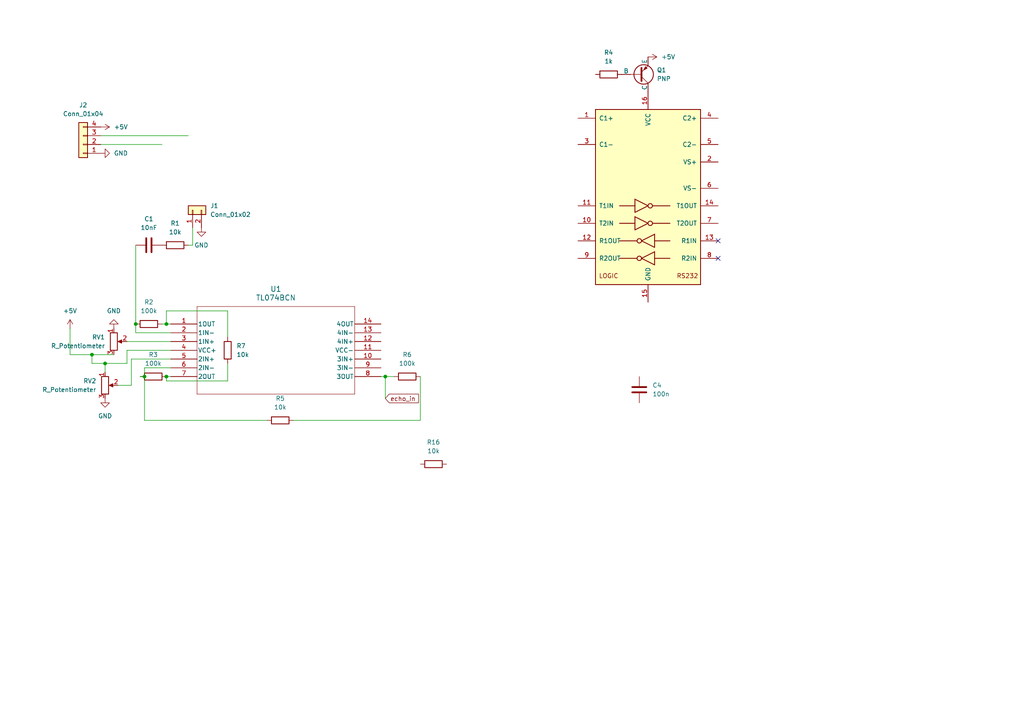
<source format=kicad_sch>
(kicad_sch (version 20230121) (generator eeschema)
  (paper "A4")
  (lib_symbols
    (symbol "Connector_Generic:Conn_01x02" (pin_names (offset 1.016) hide)
      (property "Reference" "J" (at 0 2.54 0))
      (property "Value" "Conn_01x02" (at 0 -5.08 0))
      (symbol "Conn_01x02_1_1"
        (rectangle (start -1.27 -2.413) (end 0 -2.667) (stroke (width 0.1524)))
        (rectangle (start -1.27 0.127) (end 0 -0.127) (stroke (width 0.1524)))
        (rectangle (start -1.27 1.27) (end 1.27 -3.81) (stroke (width 0.254)) (fill (type background)))
        (pin passive line (at -5.08 0 0) (length 3.81) (name "Pin_1") (number "1"))
        (pin passive line (at -5.08 -2.54 0) (length 3.81) (name "Pin_2") (number "2"))
      )
    )
    (symbol "Connector_Generic:Conn_01x04" (pin_names (offset 1.016) hide)
      (property "Reference" "J" (at 0 5.08 0))
      (property "Value" "Conn_01x04" (at 0 -7.62 0))
      (symbol "Conn_01x04_1_1"
        (rectangle (start -1.27 -4.953) (end 0 -5.207) (stroke (width 0.1524)))
        (rectangle (start -1.27 -2.413) (end 0 -2.667) (stroke (width 0.1524)))
        (rectangle (start -1.27 0.127) (end 0 -0.127) (stroke (width 0.1524)))
        (rectangle (start -1.27 2.667) (end 0 2.413) (stroke (width 0.1524)))
        (rectangle (start -1.27 3.81) (end 1.27 -6.35) (stroke (width 0.254)) (fill (type background)))
        (pin passive line (at -5.08 2.54 0) (length 3.81) (name "Pin_1") (number "1"))
        (pin passive line (at -5.08 0 0) (length 3.81) (name "Pin_2") (number "2"))
        (pin passive line (at -5.08 -2.54 0) (length 3.81) (name "Pin_3") (number "3"))
        (pin passive line (at -5.08 -5.08 0) (length 3.81) (name "Pin_4") (number "4"))
      )
    )
    (symbol "Device:C" (pin_numbers hide) (pin_names (offset 0.254))
      (property "Reference" "C" (at 0.635 2.54 0))
      (property "Value" "C" (at 0.635 -2.54 0))
      (symbol "C_0_1"
        (polyline (pts (xy -2.032 -0.762) (xy 2.032 -0.762)) (stroke (width 0.508)))
        (polyline (pts (xy -2.032 0.762) (xy 2.032 0.762)) (stroke (width 0.508)))
      )
      (symbol "C_1_1"
        (pin passive line (at 0 3.81 270) (length 2.794) (name "~") (number "1"))
        (pin passive line (at 0 -3.81 90) (length 2.794) (name "~") (number "2"))
      )
    )
    (symbol "Device:R" (pin_numbers hide) (pin_names (offset 0))
      (property "Reference" "R" (at 2.032 0 90))
      (property "Value" "R" (at 0 0 90))
      (symbol "R_0_1"
        (rectangle (start -1.016 -2.54) (end 1.016 2.54) (stroke (width 0.254)))
      )
      (symbol "R_1_1"
        (pin passive line (at 0 3.81 270) (length 1.27) (name "~") (number "1"))
        (pin passive line (at 0 -3.81 90) (length 1.27) (name "~") (number "2"))
      )
    )
    (symbol "Device:R_Potentiometer" (pin_names (offset 1.016) hide)
      (property "Reference" "RV" (at -4.445 0 90))
      (property "Value" "R_Potentiometer" (at -2.54 0 90))
      (symbol "R_Potentiometer_0_1"
        (polyline (pts (xy 2.54 0) (xy 1.524 0)))
        (polyline (pts (xy 1.143 0) (xy 2.286 0.508) (xy 2.286 -0.508) (xy 1.143 0)) (fill (type outline)))
        (rectangle (start 1.016 2.54) (end -1.016 -2.54) (stroke (width 0.254)))
      )
      (symbol "R_Potentiometer_1_1"
        (pin passive line (at 0 3.81 270) (length 1.27) (name "1") (number "1"))
        (pin passive line (at 3.81 0 180) (length 1.27) (name "2") (number "2"))
        (pin passive line (at 0 -3.81 90) (length 1.27) (name "3") (number "3"))
      )
    )
    (symbol "IC_tl074:TL074BCN" (pin_names (offset 0.254))
      (property "Reference" "U" (at 30.48 10.16 0))
      (property "Value" "TL074BCN" (at 30.48 7.62 0))
      (symbol "TL074BCN_0_1"
        (polyline (pts (xy 7.62 -20.32) (xy 53.34 -20.32)) (stroke (width 0.127)))
        (polyline (pts (xy 7.62 5.08) (xy 7.62 -20.32)) (stroke (width 0.127)))
        (polyline (pts (xy 53.34 -20.32) (xy 53.34 5.08)) (stroke (width 0.127)))
        (polyline (pts (xy 53.34 5.08) (xy 7.62 5.08)) (stroke (width 0.127)))
        (pin output line (at 0 0 0) (length 7.62) (name "1OUT") (number "1"))
        (pin input line (at 60.96 -10.16 180) (length 7.62) (name "3IN+") (number "10"))
        (pin power_in line (at 60.96 -7.62 180) (length 7.62) (name "VCC-") (number "11"))
        (pin input line (at 60.96 -5.08 180) (length 7.62) (name "4IN+") (number "12"))
        (pin input line (at 60.96 -2.54 180) (length 7.62) (name "4IN-") (number "13"))
        (pin output line (at 60.96 0 180) (length 7.62) (name "4OUT") (number "14"))
        (pin input line (at 0 -2.54 0) (length 7.62) (name "1IN-") (number "2"))
        (pin input line (at 0 -5.08 0) (length 7.62) (name "1IN+") (number "3"))
        (pin power_in line (at 0 -7.62 0) (length 7.62) (name "VCC+") (number "4"))
        (pin input line (at 0 -10.16 0) (length 7.62) (name "2IN+") (number "5"))
        (pin input line (at 0 -12.7 0) (length 7.62) (name "2IN-") (number "6"))
        (pin output line (at 0 -15.24 0) (length 7.62) (name "2OUT") (number "7"))
        (pin output line (at 60.96 -15.24 180) (length 7.62) (name "3OUT") (number "8"))
        (pin input line (at 60.96 -12.7 180) (length 7.62) (name "3IN-") (number "9"))
      )
    )
    (symbol "Interface_UART:MAX3232" (pin_names (offset 1.016))
      (property "Reference" "U" (at -2.54 28.575 0))
      (property "Value" "MAX3232" (at -2.54 26.67 0))
      (symbol "MAX3232_0_0"
        (text "LOGIC" (at -11.43 -22.86 0) (effects (font (size 1.27 1.27))))
        (text "RS232" (at 11.43 -22.86 0) (effects (font (size 1.27 1.27))))
      )
      (symbol "MAX3232_0_1"
        (rectangle (start -15.24 -25.4) (end 15.24 25.4) (stroke (width 0.254)) (fill (type background)))
        (circle (center -2.54 -17.78) (radius 0.635) (stroke (width 0.254)))
        (circle (center -2.54 -12.7) (radius 0.635) (stroke (width 0.254)))
        (polyline (pts (xy -3.81 -7.62) (xy -8.255 -7.62)) (stroke (width 0.254)))
        (polyline (pts (xy -3.81 -2.54) (xy -8.255 -2.54)) (stroke (width 0.254)))
        (polyline (pts (xy -3.175 -17.78) (xy -8.255 -17.78)) (stroke (width 0.254)))
        (polyline (pts (xy -3.175 -12.7) (xy -8.255 -12.7)) (stroke (width 0.254)))
        (polyline (pts (xy 1.27 -7.62) (xy 6.35 -7.62)) (stroke (width 0.254)))
        (polyline (pts (xy 1.27 -2.54) (xy 6.35 -2.54)) (stroke (width 0.254)))
        (polyline (pts (xy 1.905 -17.78) (xy 6.35 -17.78)) (stroke (width 0.254)))
        (polyline (pts (xy 1.905 -12.7) (xy 6.35 -12.7)) (stroke (width 0.254)))
        (polyline (pts (xy -3.81 -5.715) (xy -3.81 -9.525) (xy 0 -7.62) (xy -3.81 -5.715)) (stroke (width 0.254)))
        (polyline (pts (xy -3.81 -0.635) (xy -3.81 -4.445) (xy 0 -2.54) (xy -3.81 -0.635)) (stroke (width 0.254)))
        (polyline (pts (xy 1.905 -15.875) (xy 1.905 -19.685) (xy -1.905 -17.78) (xy 1.905 -15.875)) (stroke (width 0.254)))
        (polyline (pts (xy 1.905 -10.795) (xy 1.905 -14.605) (xy -1.905 -12.7) (xy 1.905 -10.795)) (stroke (width 0.254)))
        (circle (center 0.635 -7.62) (radius 0.635) (stroke (width 0.254)))
        (circle (center 0.635 -2.54) (radius 0.635) (stroke (width 0.254)))
      )
      (symbol "MAX3232_1_1"
        (pin passive line (at -20.32 22.86 0) (length 5.08) (name "C1+") (number "1"))
        (pin input line (at -20.32 -7.62 0) (length 5.08) (name "T2IN") (number "10"))
        (pin input line (at -20.32 -2.54 0) (length 5.08) (name "T1IN") (number "11"))
        (pin output line (at -20.32 -12.7 0) (length 5.08) (name "R1OUT") (number "12"))
        (pin input line (at 20.32 -12.7 180) (length 5.08) (name "R1IN") (number "13"))
        (pin output line (at 20.32 -2.54 180) (length 5.08) (name "T1OUT") (number "14"))
        (pin power_in line (at 0 -30.48 90) (length 5.08) (name "GND") (number "15"))
        (pin power_in line (at 0 30.48 270) (length 5.08) (name "VCC") (number "16"))
        (pin power_out line (at 20.32 10.16 180) (length 5.08) (name "VS+") (number "2"))
        (pin passive line (at -20.32 15.24 0) (length 5.08) (name "C1-") (number "3"))
        (pin passive line (at 20.32 22.86 180) (length 5.08) (name "C2+") (number "4"))
        (pin passive line (at 20.32 15.24 180) (length 5.08) (name "C2-") (number "5"))
        (pin power_out line (at 20.32 2.54 180) (length 5.08) (name "VS-") (number "6"))
        (pin output line (at 20.32 -7.62 180) (length 5.08) (name "T2OUT") (number "7"))
        (pin input line (at 20.32 -17.78 180) (length 5.08) (name "R2IN") (number "8"))
        (pin output line (at -20.32 -17.78 0) (length 5.08) (name "R2OUT") (number "9"))
      )
    )
    (symbol "Simulation_SPICE:PNP" (pin_numbers hide) (pin_names (offset 0))
      (property "Reference" "Q" (at -2.54 7.62 0))
      (property "Value" "PNP" (at -2.54 5.08 0))
      (symbol "PNP_0_1"
        (polyline (pts (xy -2.54 0) (xy 0.635 0)) (stroke (width 0.1524)))
        (polyline (pts (xy 0.635 0.635) (xy 2.54 2.54)))
        (polyline (pts (xy 0.635 -0.635) (xy 2.54 -2.54) (xy 2.54 -2.54)))
        (polyline (pts (xy 0.635 1.905) (xy 0.635 -1.905) (xy 0.635 -1.905)) (stroke (width 0.508)))
        (polyline (pts (xy 2.286 -1.778) (xy 1.778 -2.286) (xy 1.27 -1.27) (xy 2.286 -1.778) (xy 2.286 -1.778)) (fill (type outline)))
        (circle (center 1.27 0) (radius 2.8194) (stroke (width 0.254)))
      )
      (symbol "PNP_1_1"
        (pin open_collector line (at 2.54 5.08 270) (length 2.54) (name "C") (number "1"))
        (pin input line (at -5.08 0 0) (length 2.54) (name "B") (number "2"))
        (pin open_emitter line (at 2.54 -5.08 90) (length 2.54) (name "E") (number "3"))
      )
    )
    (symbol "power:+5V" (power) (pin_names (offset 0))
      (property "Value" "+5V" (at 0 3.556 0))
      (symbol "+5V_0_1"
        (polyline (pts (xy -0.762 1.27) (xy 0 2.54)))
        (polyline (pts (xy 0 0) (xy 0 2.54)))
        (polyline (pts (xy 0 2.54) (xy 0.762 1.27)))
      )
      (symbol "+5V_1_1"
        (pin power_in line (at 0 0 90) (length 0) hide (name "+5V") (number "1"))
      )
    )
    (symbol "power:GND" (power) (pin_names (offset 0))
      (property "Value" "GND" (at 0 -3.81 0))
      (symbol "GND_0_1"
        (polyline (pts (xy 0 0) (xy 0 -1.27) (xy 1.27 -1.27) (xy 0 -2.54) (xy -1.27 -1.27) (xy 0 -1.27)))
      )
      (symbol "GND_1_1"
        (pin power_in line (at 0 0 270) (length 0) hide (name "GND") (number "1"))
      )
    )
  )
  (junction (at 39.37 93.98))
  (junction (at 111.76 109.22))
  (junction (at 26.67 102.87))
  (junction (at 48.26 93.98))
  (junction (at 48.26 109.22))
  (junction (at 41.91 109.22))
  (junction (at 30.48 105.41))
  (no_connect (at 208.28 69.85))
  (no_connect (at 208.28 74.93))
  (wire (pts (xy 20.32 95.25) (xy 20.32 102.87)))
  (wire (pts (xy 33.02 102.87) (xy 26.67 102.87)))
  (wire (pts (xy 85.09 121.92) (xy 121.92 121.92)))
  (wire (pts (xy 49.53 101.6) (xy 36.83 101.6)))
  (wire (pts (xy 46.99 41.91) (xy 29.21 41.91)))
  (wire (pts (xy 26.67 102.87) (xy 20.32 102.87)))
  (wire (pts (xy 41.91 106.68) (xy 49.53 106.68)))
  (wire (pts (xy 36.83 101.6) (xy 36.83 105.41)))
  (wire (pts (xy 66.04 90.17) (xy 48.26 90.17)))
  (wire (pts (xy 66.04 97.79) (xy 66.04 90.17)))
  (wire (pts (xy 49.53 104.14) (xy 38.1 104.14)))
  (wire (pts (xy 39.37 71.12) (xy 39.37 93.98)))
  (wire (pts (xy 114.3 109.22) (xy 111.76 109.22)))
  (wire (pts (xy 38.1 111.76) (xy 34.29 111.76)))
  (wire (pts (xy 55.88 71.12) (xy 54.61 71.12)))
  (wire (pts (xy 55.88 66.04) (xy 55.88 71.12)))
  (wire (pts (xy 66.04 110.49) (xy 48.26 110.49)))
  (wire (pts (xy 48.26 93.98) (xy 49.53 93.98)))
  (wire (pts (xy 39.37 93.98) (xy 39.37 96.52)))
  (wire (pts (xy 30.48 105.41) (xy 30.48 107.95)))
  (wire (pts (xy 30.48 105.41) (xy 26.67 105.41)))
  (wire (pts (xy 36.83 99.06) (xy 49.53 99.06)))
  (wire (pts (xy 41.91 109.22) (xy 41.91 106.68)))
  (wire (pts (xy 36.83 105.41) (xy 30.48 105.41)))
  (wire (pts (xy 77.47 121.92) (xy 41.91 121.92)))
  (wire (pts (xy 38.1 104.14) (xy 38.1 111.76)))
  (wire (pts (xy 46.99 93.98) (xy 48.26 93.98)))
  (wire (pts (xy 41.91 109.22) (xy 41.91 121.92)))
  (wire (pts (xy 111.76 109.22) (xy 110.49 109.22)))
  (wire (pts (xy 40.64 109.22) (xy 41.91 109.22)))
  (wire (pts (xy 48.26 109.22) (xy 49.53 109.22)))
  (wire (pts (xy 54.61 39.37) (xy 29.21 39.37)))
  (wire (pts (xy 111.76 109.22) (xy 111.76 115.57)))
  (wire (pts (xy 66.04 105.41) (xy 66.04 110.49)))
  (wire (pts (xy 26.67 105.41) (xy 26.67 102.87)))
  (wire (pts (xy 48.26 90.17) (xy 48.26 93.98)))
  (wire (pts (xy 48.26 110.49) (xy 48.26 109.22)))
  (wire (pts (xy 49.53 96.52) (xy 39.37 96.52)))
  (wire (pts (xy 121.92 121.92) (xy 121.92 109.22)))
  (global_label "echo_in" (shape input) (at 111.76 115.57 0) (property "Intersheetrefs" "${INTERSHEET_REFS}" (effects hide)))
  (symbol (lib_id "power:GND") (at 30.48 115.57 0) (unit 1)
    (property "Reference" "#PWR06" (effects hide))
    (property "Value" "GND" (at 30.48 120.65 0))
  )
  (symbol (lib_id "power:+5V") (at 187.96 16.51 270) (unit 1)
    (property "Reference" "#PWR012" (effects hide))
    (property "Value" "+5V" (at 191.77 16.51 90) (effects (justify left)))
  )
  (symbol (lib_id "Device:R") (at 43.18 93.98 90) (unit 1)
    (property "Reference" "R2" (at 43.18 87.63 90))
    (property "Value" "100k" (at 43.18 90.17 90))
  )
  (symbol (lib_id "Connector_Generic:Conn_01x04") (at 24.13 41.91 180) (unit 1)
    (property "Reference" "J2" (at 24.13 30.48 0))
    (property "Value" "Conn_01x04" (at 24.13 33.02 0))
  )
  (symbol (lib_id "Device:C") (at 43.18 71.12 90) (unit 1)
    (property "Reference" "C1" (at 43.18 63.5 90))
    (property "Value" "10nF" (at 43.18 66.04 90))
  )
  (symbol (lib_id "power:GND") (at 29.21 44.45 90) (unit 1)
    (property "Reference" "#PWR05" (effects hide))
    (property "Value" "GND" (at 33.02 44.45 90) (effects (justify right)))
  )
  (symbol (lib_id "power:GND") (at 33.02 95.25 180) (unit 1)
    (property "Reference" "#PWR02" (effects hide))
    (property "Value" "GND" (at 33.02 90.17 0))
  )
  (symbol (lib_id "Device:R") (at 176.53 21.59 90) (unit 1)
    (property "Reference" "R4" (at 176.53 15.24 90))
    (property "Value" "1k" (at 176.53 17.78 90))
  )
  (symbol (lib_id "Device:C") (at 185.42 113.03 0) (unit 1)
    (property "Reference" "C4" (at 189.23 111.76 0) (effects (justify left)))
    (property "Value" "100n" (at 189.23 114.3 0) (effects (justify left)))
  )
  (symbol (lib_id "Interface_UART:MAX3232") (at 187.96 57.15 0) (unit 1)
    (property "Reference" "U4" (effects hide))
    (property "Value" "MAX3232" (effects hide))
    (property "Datasheet" "https://datasheets.maximintegrated.com/en/ds/MAX3222-MAX3241.pdf" (effects hide))
  )
  (symbol (lib_id "power:+5V") (at 20.32 95.25 0) (unit 1)
    (property "Reference" "#PWR03" (effects hide))
    (property "Value" "+5V" (at 20.32 90.17 0))
  )
  (symbol (lib_id "Device:R") (at 125.73 134.62 90) (unit 1)
    (property "Reference" "R16" (at 125.73 128.27 90))
    (property "Value" "10k" (at 125.73 130.81 90))
  )
  (symbol (lib_id "power:+5V") (at 29.21 36.83 270) (unit 1)
    (property "Reference" "#PWR04" (effects hide))
    (property "Value" "+5V" (at 33.02 36.83 90) (effects (justify left)))
  )
  (symbol (lib_id "Device:R") (at 118.11 109.22 90) (unit 1)
    (property "Reference" "R6" (at 118.11 102.87 90))
    (property "Value" "100k" (at 118.11 105.41 90))
  )
  (symbol (lib_id "IC_tl074:TL074BCN") (at 49.53 93.98 0) (unit 1)
    (property "Reference" "U1" (at 80.01 83.82 0) (effects (font (size 1.524 1.524))))
    (property "Value" "TL074BCN" (at 80.01 86.36 0) (effects (font (size 1.524 1.524))))
    (property "Footprint" "N14" (effects hide))
    (property "Datasheet" "TL074BCN" (effects hide))
  )
  (symbol (lib_id "Device:R") (at 44.45 109.22 90) (unit 1)
    (property "Reference" "R3" (at 44.45 102.87 90))
    (property "Value" "100k" (at 44.45 105.41 90))
  )
  (symbol (lib_id "Device:R_Potentiometer") (at 30.48 111.76 0) (unit 1)
    (property "Reference" "RV2" (at 27.94 110.49 0) (effects (justify right)))
    (property "Value" "R_Potentiometer" (at 27.94 113.03 0) (effects (justify right)))
  )
  (symbol (lib_id "Simulation_SPICE:PNP") (at 185.42 21.59 0) (mirror x) (unit 1)
    (property "Reference" "Q1" (at 190.5 20.32 0) (effects (justify left)))
    (property "Value" "PNP" (at 190.5 22.86 0) (effects (justify left)))
    (property "Sim.Device" "PNP" (effects hide))
    (property "Sim.Type" "GUMMELPOON" (effects hide))
    (property "Sim.Pins" "1=C 2=B 3=E" (effects hide))
  )
  (symbol (lib_id "Device:R") (at 81.28 121.92 90) (unit 1)
    (property "Reference" "R5" (at 81.28 115.57 90))
    (property "Value" "10k" (at 81.28 118.11 90))
  )
  (symbol (lib_id "Device:R") (at 50.8 71.12 90) (unit 1)
    (property "Reference" "R1" (at 50.8 64.77 90))
    (property "Value" "10k" (at 50.8 67.31 90))
  )
  (symbol (lib_id "Device:R_Potentiometer") (at 33.02 99.06 0) (unit 1)
    (property "Reference" "RV1" (at 30.48 97.79 0) (effects (justify right)))
    (property "Value" "R_Potentiometer" (at 30.48 100.33 0) (effects (justify right)))
  )
  (symbol (lib_id "power:GND") (at 58.42 66.04 0) (unit 1)
    (property "Reference" "#PWR01" (effects hide))
    (property "Value" "GND" (at 58.42 71.12 0))
  )
  (symbol (lib_id "Device:R") (at 66.04 101.6 180) (unit 1)
    (property "Reference" "R7" (at 68.58 100.33 0) (effects (justify right)))
    (property "Value" "10k" (at 68.58 102.87 0) (effects (justify right)))
  )
  (symbol (lib_id "Connector_Generic:Conn_01x02") (at 55.88 60.96 90) (unit 1)
    (property "Reference" "J1" (at 60.96 59.69 90) (effects (justify right)))
    (property "Value" "Conn_01x02" (at 60.96 62.23 90) (effects (justify right)))
  )
)
</source>
